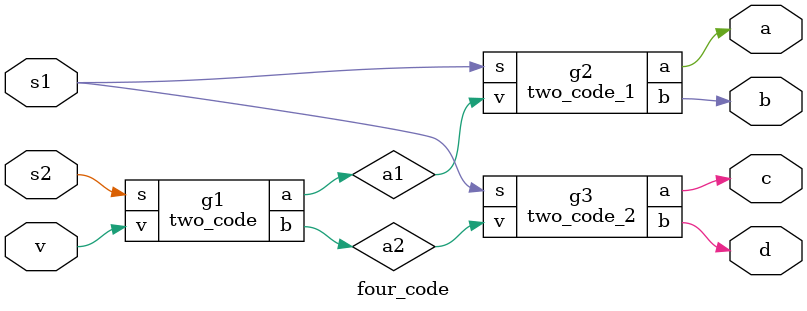
<source format=v>


// Verification Directory fv/four_code 

module two_code(v, s, a, b);
  input v, s;
  output a, b;
  wire v, s;
  wire a, b;
  NOR2BXL g17(.AN (v), .B (s), .Y (a));
  AND2X1 g18(.A (s), .B (v), .Y (b));
endmodule

module two_code_1(v, s, a, b);
  input v, s;
  output a, b;
  wire v, s;
  wire a, b;
  NOR2BXL g17(.AN (v), .B (s), .Y (a));
  AND2XL g18(.A (s), .B (v), .Y (b));
endmodule

module two_code_2(v, s, a, b);
  input v, s;
  output a, b;
  wire v, s;
  wire a, b;
  NOR2BXL g17(.AN (v), .B (s), .Y (a));
  AND2XL g18(.A (s), .B (v), .Y (b));
endmodule

module four_code(v, s1, s2, a, b, c, d);
  input v, s1, s2;
  output a, b, c, d;
  wire v, s1, s2;
  wire a, b, c, d;
  wire a1, a2;
  two_code g1(v, s2, a1, a2);
  two_code_1 g2(a1, s1, a, b);
  two_code_2 g3(a2, s1, c, d);
endmodule


</source>
